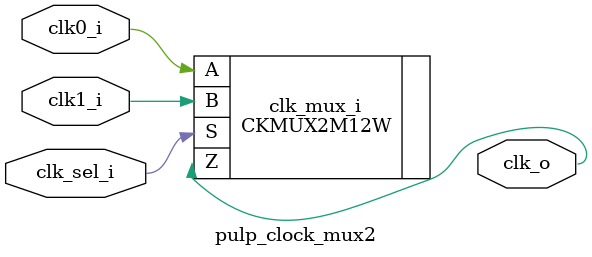
<source format=sv>
module pulp_clock_mux2
(
    input  logic clk0_i,
    input  logic clk1_i,
    input  logic clk_sel_i,
    output logic clk_o
  );

  CKMUX2M12W
  clk_mux_i
  (
    .A ( clk0_i    ),
    .B ( clk1_i    ),
    .S ( clk_sel_i ),
    .Z ( clk_o     )
  );

endmodule

</source>
